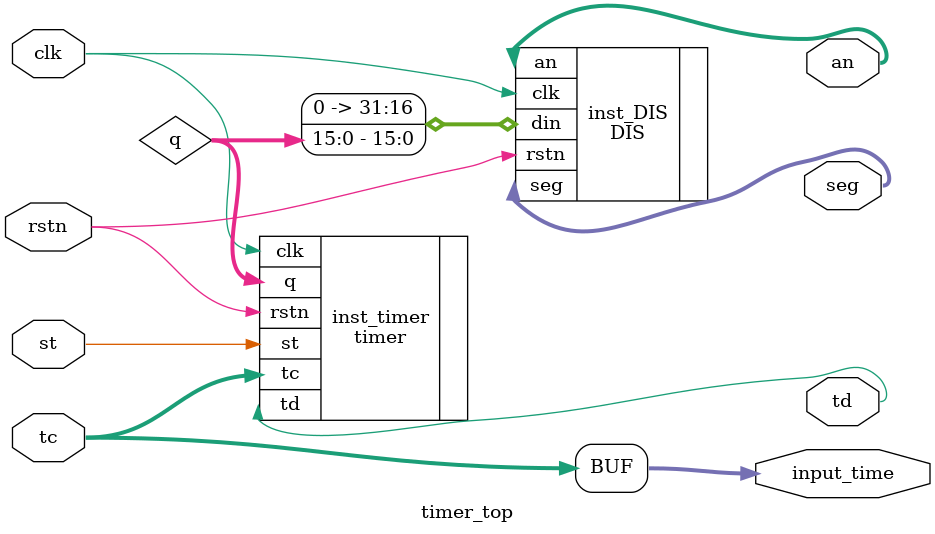
<source format=v>
`timescale 1ns / 1ps


module timer_top(
    input           clk,
    input           rstn,
    input   [15:0]  tc,
    input           st,
    output          td,
    output  [7:0]   an,
    output  [6:0]   seg,
    output  [15:0]  input_time
    );  
    wire [15:0] q;
    assign input_time = tc;
    timer  inst_timer (
        .clk  (clk), 
        .rstn (rstn), 
        .tc   (tc), 
        .st   (st), 
        .q    (q), 
        .td   (td)
    );
    DIS inst_DIS (
        .clk  (clk), 
        .rstn (rstn), 
        .din  ({16'b0, q}), 
        .an   (an), 
        .seg  (seg)
    );


endmodule

</source>
